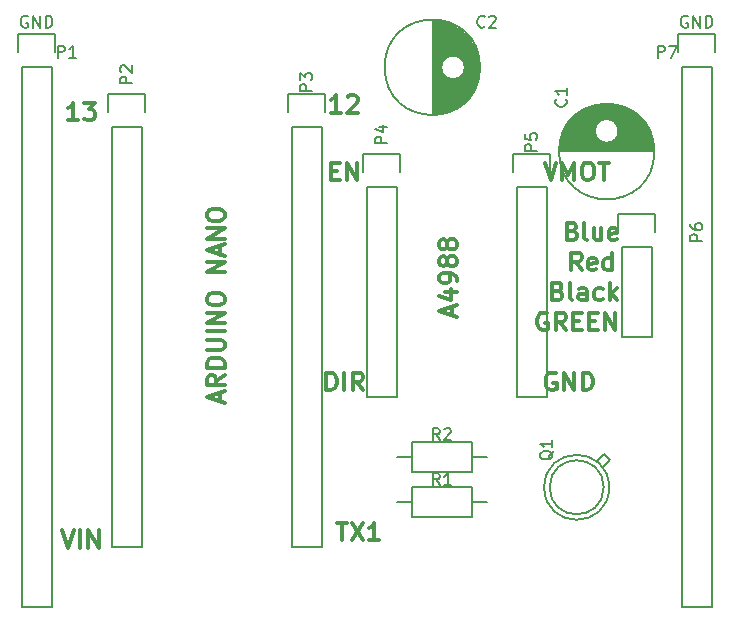
<source format=gbr>
G04 #@! TF.FileFunction,Legend,Top*
%FSLAX46Y46*%
G04 Gerber Fmt 4.6, Leading zero omitted, Abs format (unit mm)*
G04 Created by KiCad (PCBNEW 4.0.3+e1-6302~38~ubuntu16.04.1-stable) date Thu Aug 25 17:17:48 2016*
%MOMM*%
%LPD*%
G01*
G04 APERTURE LIST*
%ADD10C,0.100000*%
%ADD11C,0.300000*%
%ADD12C,0.150000*%
G04 APERTURE END LIST*
D10*
D11*
X94020000Y-77990000D02*
X93877143Y-77918571D01*
X93662857Y-77918571D01*
X93448572Y-77990000D01*
X93305714Y-78132857D01*
X93234286Y-78275714D01*
X93162857Y-78561429D01*
X93162857Y-78775714D01*
X93234286Y-79061429D01*
X93305714Y-79204286D01*
X93448572Y-79347143D01*
X93662857Y-79418571D01*
X93805714Y-79418571D01*
X94020000Y-79347143D01*
X94091429Y-79275714D01*
X94091429Y-78775714D01*
X93805714Y-78775714D01*
X95591429Y-79418571D02*
X95091429Y-78704286D01*
X94734286Y-79418571D02*
X94734286Y-77918571D01*
X95305714Y-77918571D01*
X95448572Y-77990000D01*
X95520000Y-78061429D01*
X95591429Y-78204286D01*
X95591429Y-78418571D01*
X95520000Y-78561429D01*
X95448572Y-78632857D01*
X95305714Y-78704286D01*
X94734286Y-78704286D01*
X96234286Y-78632857D02*
X96734286Y-78632857D01*
X96948572Y-79418571D02*
X96234286Y-79418571D01*
X96234286Y-77918571D01*
X96948572Y-77918571D01*
X97591429Y-78632857D02*
X98091429Y-78632857D01*
X98305715Y-79418571D02*
X97591429Y-79418571D01*
X97591429Y-77918571D01*
X98305715Y-77918571D01*
X98948572Y-79418571D02*
X98948572Y-77918571D01*
X99805715Y-79418571D01*
X99805715Y-77918571D01*
X94940715Y-76092857D02*
X95155001Y-76164286D01*
X95226429Y-76235714D01*
X95297858Y-76378571D01*
X95297858Y-76592857D01*
X95226429Y-76735714D01*
X95155001Y-76807143D01*
X95012143Y-76878571D01*
X94440715Y-76878571D01*
X94440715Y-75378571D01*
X94940715Y-75378571D01*
X95083572Y-75450000D01*
X95155001Y-75521429D01*
X95226429Y-75664286D01*
X95226429Y-75807143D01*
X95155001Y-75950000D01*
X95083572Y-76021429D01*
X94940715Y-76092857D01*
X94440715Y-76092857D01*
X96155001Y-76878571D02*
X96012143Y-76807143D01*
X95940715Y-76664286D01*
X95940715Y-75378571D01*
X97369286Y-76878571D02*
X97369286Y-76092857D01*
X97297857Y-75950000D01*
X97155000Y-75878571D01*
X96869286Y-75878571D01*
X96726429Y-75950000D01*
X97369286Y-76807143D02*
X97226429Y-76878571D01*
X96869286Y-76878571D01*
X96726429Y-76807143D01*
X96655000Y-76664286D01*
X96655000Y-76521429D01*
X96726429Y-76378571D01*
X96869286Y-76307143D01*
X97226429Y-76307143D01*
X97369286Y-76235714D01*
X98726429Y-76807143D02*
X98583572Y-76878571D01*
X98297858Y-76878571D01*
X98155000Y-76807143D01*
X98083572Y-76735714D01*
X98012143Y-76592857D01*
X98012143Y-76164286D01*
X98083572Y-76021429D01*
X98155000Y-75950000D01*
X98297858Y-75878571D01*
X98583572Y-75878571D01*
X98726429Y-75950000D01*
X99369286Y-76878571D02*
X99369286Y-75378571D01*
X99512143Y-76307143D02*
X99940714Y-76878571D01*
X99940714Y-75878571D02*
X99369286Y-76450000D01*
X96932858Y-74338571D02*
X96432858Y-73624286D01*
X96075715Y-74338571D02*
X96075715Y-72838571D01*
X96647143Y-72838571D01*
X96790001Y-72910000D01*
X96861429Y-72981429D01*
X96932858Y-73124286D01*
X96932858Y-73338571D01*
X96861429Y-73481429D01*
X96790001Y-73552857D01*
X96647143Y-73624286D01*
X96075715Y-73624286D01*
X98147143Y-74267143D02*
X98004286Y-74338571D01*
X97718572Y-74338571D01*
X97575715Y-74267143D01*
X97504286Y-74124286D01*
X97504286Y-73552857D01*
X97575715Y-73410000D01*
X97718572Y-73338571D01*
X98004286Y-73338571D01*
X98147143Y-73410000D01*
X98218572Y-73552857D01*
X98218572Y-73695714D01*
X97504286Y-73838571D01*
X99504286Y-74338571D02*
X99504286Y-72838571D01*
X99504286Y-74267143D02*
X99361429Y-74338571D01*
X99075715Y-74338571D01*
X98932857Y-74267143D01*
X98861429Y-74195714D01*
X98790000Y-74052857D01*
X98790000Y-73624286D01*
X98861429Y-73481429D01*
X98932857Y-73410000D01*
X99075715Y-73338571D01*
X99361429Y-73338571D01*
X99504286Y-73410000D01*
X96182858Y-71012857D02*
X96397144Y-71084286D01*
X96468572Y-71155714D01*
X96540001Y-71298571D01*
X96540001Y-71512857D01*
X96468572Y-71655714D01*
X96397144Y-71727143D01*
X96254286Y-71798571D01*
X95682858Y-71798571D01*
X95682858Y-70298571D01*
X96182858Y-70298571D01*
X96325715Y-70370000D01*
X96397144Y-70441429D01*
X96468572Y-70584286D01*
X96468572Y-70727143D01*
X96397144Y-70870000D01*
X96325715Y-70941429D01*
X96182858Y-71012857D01*
X95682858Y-71012857D01*
X97397144Y-71798571D02*
X97254286Y-71727143D01*
X97182858Y-71584286D01*
X97182858Y-70298571D01*
X98611429Y-70798571D02*
X98611429Y-71798571D01*
X97968572Y-70798571D02*
X97968572Y-71584286D01*
X98040000Y-71727143D01*
X98182858Y-71798571D01*
X98397143Y-71798571D01*
X98540000Y-71727143D01*
X98611429Y-71655714D01*
X99897143Y-71727143D02*
X99754286Y-71798571D01*
X99468572Y-71798571D01*
X99325715Y-71727143D01*
X99254286Y-71584286D01*
X99254286Y-71012857D01*
X99325715Y-70870000D01*
X99468572Y-70798571D01*
X99754286Y-70798571D01*
X99897143Y-70870000D01*
X99968572Y-71012857D01*
X99968572Y-71155714D01*
X99254286Y-71298571D01*
X94742143Y-83070000D02*
X94599286Y-82998571D01*
X94385000Y-82998571D01*
X94170715Y-83070000D01*
X94027857Y-83212857D01*
X93956429Y-83355714D01*
X93885000Y-83641429D01*
X93885000Y-83855714D01*
X93956429Y-84141429D01*
X94027857Y-84284286D01*
X94170715Y-84427143D01*
X94385000Y-84498571D01*
X94527857Y-84498571D01*
X94742143Y-84427143D01*
X94813572Y-84355714D01*
X94813572Y-83855714D01*
X94527857Y-83855714D01*
X95456429Y-84498571D02*
X95456429Y-82998571D01*
X96313572Y-84498571D01*
X96313572Y-82998571D01*
X97027858Y-84498571D02*
X97027858Y-82998571D01*
X97385001Y-82998571D01*
X97599286Y-83070000D01*
X97742144Y-83212857D01*
X97813572Y-83355714D01*
X97885001Y-83641429D01*
X97885001Y-83855714D01*
X97813572Y-84141429D01*
X97742144Y-84284286D01*
X97599286Y-84427143D01*
X97385001Y-84498571D01*
X97027858Y-84498571D01*
X75335000Y-84498571D02*
X75335000Y-82998571D01*
X75692143Y-82998571D01*
X75906428Y-83070000D01*
X76049286Y-83212857D01*
X76120714Y-83355714D01*
X76192143Y-83641429D01*
X76192143Y-83855714D01*
X76120714Y-84141429D01*
X76049286Y-84284286D01*
X75906428Y-84427143D01*
X75692143Y-84498571D01*
X75335000Y-84498571D01*
X76835000Y-84498571D02*
X76835000Y-82998571D01*
X78406429Y-84498571D02*
X77906429Y-83784286D01*
X77549286Y-84498571D02*
X77549286Y-82998571D01*
X78120714Y-82998571D01*
X78263572Y-83070000D01*
X78335000Y-83141429D01*
X78406429Y-83284286D01*
X78406429Y-83498571D01*
X78335000Y-83641429D01*
X78263572Y-83712857D01*
X78120714Y-83784286D01*
X77549286Y-83784286D01*
X93805714Y-65218571D02*
X94305714Y-66718571D01*
X94805714Y-65218571D01*
X95305714Y-66718571D02*
X95305714Y-65218571D01*
X95805714Y-66290000D01*
X96305714Y-65218571D01*
X96305714Y-66718571D01*
X97305714Y-65218571D02*
X97591428Y-65218571D01*
X97734286Y-65290000D01*
X97877143Y-65432857D01*
X97948571Y-65718571D01*
X97948571Y-66218571D01*
X97877143Y-66504286D01*
X97734286Y-66647143D01*
X97591428Y-66718571D01*
X97305714Y-66718571D01*
X97162857Y-66647143D01*
X97020000Y-66504286D01*
X96948571Y-66218571D01*
X96948571Y-65718571D01*
X97020000Y-65432857D01*
X97162857Y-65290000D01*
X97305714Y-65218571D01*
X98377143Y-65218571D02*
X99234286Y-65218571D01*
X98805715Y-66718571D02*
X98805715Y-65218571D01*
X75727857Y-65932857D02*
X76227857Y-65932857D01*
X76442143Y-66718571D02*
X75727857Y-66718571D01*
X75727857Y-65218571D01*
X76442143Y-65218571D01*
X77085000Y-66718571D02*
X77085000Y-65218571D01*
X77942143Y-66718571D01*
X77942143Y-65218571D01*
X76247858Y-95698571D02*
X77105001Y-95698571D01*
X76676430Y-97198571D02*
X76676430Y-95698571D01*
X77462144Y-95698571D02*
X78462144Y-97198571D01*
X78462144Y-95698571D02*
X77462144Y-97198571D01*
X79819286Y-97198571D02*
X78962143Y-97198571D01*
X79390715Y-97198571D02*
X79390715Y-95698571D01*
X79247858Y-95912857D01*
X79105000Y-96055714D01*
X78962143Y-96127143D01*
X52967143Y-96333571D02*
X53467143Y-97833571D01*
X53967143Y-96333571D01*
X54467143Y-97833571D02*
X54467143Y-96333571D01*
X55181429Y-97833571D02*
X55181429Y-96333571D01*
X56038572Y-97833571D01*
X56038572Y-96333571D01*
X76549286Y-61003571D02*
X75692143Y-61003571D01*
X76120715Y-61003571D02*
X76120715Y-59503571D01*
X75977858Y-59717857D01*
X75835000Y-59860714D01*
X75692143Y-59932143D01*
X77120714Y-59646429D02*
X77192143Y-59575000D01*
X77335000Y-59503571D01*
X77692143Y-59503571D01*
X77835000Y-59575000D01*
X77906429Y-59646429D01*
X77977857Y-59789286D01*
X77977857Y-59932143D01*
X77906429Y-60146429D01*
X77049286Y-61003571D01*
X77977857Y-61003571D01*
X54324286Y-61638571D02*
X53467143Y-61638571D01*
X53895715Y-61638571D02*
X53895715Y-60138571D01*
X53752858Y-60352857D01*
X53610000Y-60495714D01*
X53467143Y-60567143D01*
X54824286Y-60138571D02*
X55752857Y-60138571D01*
X55252857Y-60710000D01*
X55467143Y-60710000D01*
X55610000Y-60781429D01*
X55681429Y-60852857D01*
X55752857Y-60995714D01*
X55752857Y-61352857D01*
X55681429Y-61495714D01*
X55610000Y-61567143D01*
X55467143Y-61638571D01*
X55038571Y-61638571D01*
X54895714Y-61567143D01*
X54824286Y-61495714D01*
X85975000Y-78144285D02*
X85975000Y-77429999D01*
X86403571Y-78287142D02*
X84903571Y-77787142D01*
X86403571Y-77287142D01*
X85403571Y-76144285D02*
X86403571Y-76144285D01*
X84832143Y-76501428D02*
X85903571Y-76858571D01*
X85903571Y-75929999D01*
X86403571Y-75287143D02*
X86403571Y-75001428D01*
X86332143Y-74858571D01*
X86260714Y-74787143D01*
X86046429Y-74644285D01*
X85760714Y-74572857D01*
X85189286Y-74572857D01*
X85046429Y-74644285D01*
X84975000Y-74715714D01*
X84903571Y-74858571D01*
X84903571Y-75144285D01*
X84975000Y-75287143D01*
X85046429Y-75358571D01*
X85189286Y-75430000D01*
X85546429Y-75430000D01*
X85689286Y-75358571D01*
X85760714Y-75287143D01*
X85832143Y-75144285D01*
X85832143Y-74858571D01*
X85760714Y-74715714D01*
X85689286Y-74644285D01*
X85546429Y-74572857D01*
X85546429Y-73715714D02*
X85475000Y-73858572D01*
X85403571Y-73930000D01*
X85260714Y-74001429D01*
X85189286Y-74001429D01*
X85046429Y-73930000D01*
X84975000Y-73858572D01*
X84903571Y-73715714D01*
X84903571Y-73430000D01*
X84975000Y-73287143D01*
X85046429Y-73215714D01*
X85189286Y-73144286D01*
X85260714Y-73144286D01*
X85403571Y-73215714D01*
X85475000Y-73287143D01*
X85546429Y-73430000D01*
X85546429Y-73715714D01*
X85617857Y-73858572D01*
X85689286Y-73930000D01*
X85832143Y-74001429D01*
X86117857Y-74001429D01*
X86260714Y-73930000D01*
X86332143Y-73858572D01*
X86403571Y-73715714D01*
X86403571Y-73430000D01*
X86332143Y-73287143D01*
X86260714Y-73215714D01*
X86117857Y-73144286D01*
X85832143Y-73144286D01*
X85689286Y-73215714D01*
X85617857Y-73287143D01*
X85546429Y-73430000D01*
X85546429Y-72287143D02*
X85475000Y-72430001D01*
X85403571Y-72501429D01*
X85260714Y-72572858D01*
X85189286Y-72572858D01*
X85046429Y-72501429D01*
X84975000Y-72430001D01*
X84903571Y-72287143D01*
X84903571Y-72001429D01*
X84975000Y-71858572D01*
X85046429Y-71787143D01*
X85189286Y-71715715D01*
X85260714Y-71715715D01*
X85403571Y-71787143D01*
X85475000Y-71858572D01*
X85546429Y-72001429D01*
X85546429Y-72287143D01*
X85617857Y-72430001D01*
X85689286Y-72501429D01*
X85832143Y-72572858D01*
X86117857Y-72572858D01*
X86260714Y-72501429D01*
X86332143Y-72430001D01*
X86403571Y-72287143D01*
X86403571Y-72001429D01*
X86332143Y-71858572D01*
X86260714Y-71787143D01*
X86117857Y-71715715D01*
X85832143Y-71715715D01*
X85689286Y-71787143D01*
X85617857Y-71858572D01*
X85546429Y-72001429D01*
X66290000Y-85439286D02*
X66290000Y-84725000D01*
X66718571Y-85582143D02*
X65218571Y-85082143D01*
X66718571Y-84582143D01*
X66718571Y-83225000D02*
X66004286Y-83725000D01*
X66718571Y-84082143D02*
X65218571Y-84082143D01*
X65218571Y-83510715D01*
X65290000Y-83367857D01*
X65361429Y-83296429D01*
X65504286Y-83225000D01*
X65718571Y-83225000D01*
X65861429Y-83296429D01*
X65932857Y-83367857D01*
X66004286Y-83510715D01*
X66004286Y-84082143D01*
X66718571Y-82582143D02*
X65218571Y-82582143D01*
X65218571Y-82225000D01*
X65290000Y-82010715D01*
X65432857Y-81867857D01*
X65575714Y-81796429D01*
X65861429Y-81725000D01*
X66075714Y-81725000D01*
X66361429Y-81796429D01*
X66504286Y-81867857D01*
X66647143Y-82010715D01*
X66718571Y-82225000D01*
X66718571Y-82582143D01*
X65218571Y-81082143D02*
X66432857Y-81082143D01*
X66575714Y-81010715D01*
X66647143Y-80939286D01*
X66718571Y-80796429D01*
X66718571Y-80510715D01*
X66647143Y-80367857D01*
X66575714Y-80296429D01*
X66432857Y-80225000D01*
X65218571Y-80225000D01*
X66718571Y-79510714D02*
X65218571Y-79510714D01*
X66718571Y-78796428D02*
X65218571Y-78796428D01*
X66718571Y-77939285D01*
X65218571Y-77939285D01*
X65218571Y-76939285D02*
X65218571Y-76653571D01*
X65290000Y-76510713D01*
X65432857Y-76367856D01*
X65718571Y-76296428D01*
X66218571Y-76296428D01*
X66504286Y-76367856D01*
X66647143Y-76510713D01*
X66718571Y-76653571D01*
X66718571Y-76939285D01*
X66647143Y-77082142D01*
X66504286Y-77224999D01*
X66218571Y-77296428D01*
X65718571Y-77296428D01*
X65432857Y-77224999D01*
X65290000Y-77082142D01*
X65218571Y-76939285D01*
X66718571Y-74510713D02*
X65218571Y-74510713D01*
X66718571Y-73653570D01*
X65218571Y-73653570D01*
X66290000Y-73010713D02*
X66290000Y-72296427D01*
X66718571Y-73153570D02*
X65218571Y-72653570D01*
X66718571Y-72153570D01*
X66718571Y-71653570D02*
X65218571Y-71653570D01*
X66718571Y-70796427D01*
X65218571Y-70796427D01*
X65218571Y-69796427D02*
X65218571Y-69510713D01*
X65290000Y-69367855D01*
X65432857Y-69224998D01*
X65718571Y-69153570D01*
X66218571Y-69153570D01*
X66504286Y-69224998D01*
X66647143Y-69367855D01*
X66718571Y-69510713D01*
X66718571Y-69796427D01*
X66647143Y-69939284D01*
X66504286Y-70082141D01*
X66218571Y-70153570D01*
X65718571Y-70153570D01*
X65432857Y-70082141D01*
X65290000Y-69939284D01*
X65218571Y-69796427D01*
D12*
X59690000Y-62230000D02*
X59690000Y-97790000D01*
X59690000Y-97790000D02*
X57150000Y-97790000D01*
X57150000Y-97790000D02*
X57150000Y-62230000D01*
X56870000Y-59410000D02*
X56870000Y-60960000D01*
X57150000Y-62230000D02*
X59690000Y-62230000D01*
X59970000Y-60960000D02*
X59970000Y-59410000D01*
X59970000Y-59410000D02*
X56870000Y-59410000D01*
X74930000Y-62230000D02*
X74930000Y-97790000D01*
X74930000Y-97790000D02*
X72390000Y-97790000D01*
X72390000Y-97790000D02*
X72390000Y-62230000D01*
X72110000Y-59410000D02*
X72110000Y-60960000D01*
X72390000Y-62230000D02*
X74930000Y-62230000D01*
X75210000Y-60960000D02*
X75210000Y-59410000D01*
X75210000Y-59410000D02*
X72110000Y-59410000D01*
X78740000Y-67310000D02*
X78740000Y-85090000D01*
X78740000Y-85090000D02*
X81280000Y-85090000D01*
X81280000Y-85090000D02*
X81280000Y-67310000D01*
X78460000Y-64490000D02*
X78460000Y-66040000D01*
X78740000Y-67310000D02*
X81280000Y-67310000D01*
X81560000Y-66040000D02*
X81560000Y-64490000D01*
X81560000Y-64490000D02*
X78460000Y-64490000D01*
X91440000Y-67310000D02*
X91440000Y-85090000D01*
X91440000Y-85090000D02*
X93980000Y-85090000D01*
X93980000Y-85090000D02*
X93980000Y-67310000D01*
X91160000Y-64490000D02*
X91160000Y-66040000D01*
X91440000Y-67310000D02*
X93980000Y-67310000D01*
X94260000Y-66040000D02*
X94260000Y-64490000D01*
X94260000Y-64490000D02*
X91160000Y-64490000D01*
X102870000Y-72390000D02*
X102870000Y-80010000D01*
X100330000Y-72390000D02*
X100330000Y-80010000D01*
X100050000Y-69570000D02*
X100050000Y-71120000D01*
X102870000Y-80010000D02*
X100330000Y-80010000D01*
X100330000Y-72390000D02*
X102870000Y-72390000D01*
X103150000Y-71120000D02*
X103150000Y-69570000D01*
X103150000Y-69570000D02*
X100050000Y-69570000D01*
X84375000Y-53151000D02*
X84375000Y-61149000D01*
X84515000Y-53156000D02*
X84515000Y-61144000D01*
X84655000Y-53166000D02*
X84655000Y-61134000D01*
X84795000Y-53181000D02*
X84795000Y-61119000D01*
X84935000Y-53201000D02*
X84935000Y-61099000D01*
X85075000Y-53226000D02*
X85075000Y-56928000D01*
X85075000Y-57372000D02*
X85075000Y-61074000D01*
X85215000Y-53256000D02*
X85215000Y-56600000D01*
X85215000Y-57700000D02*
X85215000Y-61044000D01*
X85355000Y-53292000D02*
X85355000Y-56431000D01*
X85355000Y-57869000D02*
X85355000Y-61008000D01*
X85495000Y-53333000D02*
X85495000Y-56318000D01*
X85495000Y-57982000D02*
X85495000Y-60967000D01*
X85635000Y-53379000D02*
X85635000Y-56240000D01*
X85635000Y-58060000D02*
X85635000Y-60921000D01*
X85775000Y-53432000D02*
X85775000Y-56189000D01*
X85775000Y-58111000D02*
X85775000Y-60868000D01*
X85915000Y-53491000D02*
X85915000Y-56159000D01*
X85915000Y-58141000D02*
X85915000Y-60809000D01*
X86055000Y-53556000D02*
X86055000Y-56150000D01*
X86055000Y-58150000D02*
X86055000Y-60744000D01*
X86195000Y-53627000D02*
X86195000Y-56161000D01*
X86195000Y-58139000D02*
X86195000Y-60673000D01*
X86335000Y-53706000D02*
X86335000Y-56191000D01*
X86335000Y-58109000D02*
X86335000Y-60594000D01*
X86475000Y-53793000D02*
X86475000Y-56245000D01*
X86475000Y-58055000D02*
X86475000Y-60507000D01*
X86615000Y-53888000D02*
X86615000Y-56325000D01*
X86615000Y-57975000D02*
X86615000Y-60412000D01*
X86755000Y-53992000D02*
X86755000Y-56441000D01*
X86755000Y-57859000D02*
X86755000Y-60308000D01*
X86895000Y-54106000D02*
X86895000Y-56615000D01*
X86895000Y-57685000D02*
X86895000Y-60194000D01*
X87035000Y-54231000D02*
X87035000Y-56977000D01*
X87035000Y-57323000D02*
X87035000Y-60069000D01*
X87175000Y-54369000D02*
X87175000Y-59931000D01*
X87315000Y-54521000D02*
X87315000Y-59779000D01*
X87455000Y-54691000D02*
X87455000Y-59609000D01*
X87595000Y-54882000D02*
X87595000Y-59418000D01*
X87735000Y-55100000D02*
X87735000Y-59200000D01*
X87875000Y-55356000D02*
X87875000Y-58944000D01*
X88015000Y-55667000D02*
X88015000Y-58633000D01*
X88155000Y-56083000D02*
X88155000Y-58217000D01*
X88295000Y-56950000D02*
X88295000Y-57350000D01*
X87050000Y-57150000D02*
G75*
G03X87050000Y-57150000I-1000000J0D01*
G01*
X88337500Y-57150000D02*
G75*
G03X88337500Y-57150000I-4037500J0D01*
G01*
X98806000Y-89916000D02*
X98298000Y-90424000D01*
X98806000Y-90932000D02*
X99314000Y-90424000D01*
X99314000Y-90424000D02*
X98806000Y-89916000D01*
X98806000Y-92710000D02*
G75*
G03X98806000Y-92710000I-2286000J0D01*
G01*
X99270000Y-92710000D02*
G75*
G03X99270000Y-92710000I-2750000J0D01*
G01*
X82550000Y-92710000D02*
X87630000Y-92710000D01*
X87630000Y-92710000D02*
X87630000Y-95250000D01*
X87630000Y-95250000D02*
X82550000Y-95250000D01*
X82550000Y-95250000D02*
X82550000Y-92710000D01*
X82550000Y-93980000D02*
X81280000Y-93980000D01*
X87630000Y-93980000D02*
X88900000Y-93980000D01*
X82550000Y-88900000D02*
X87630000Y-88900000D01*
X87630000Y-88900000D02*
X87630000Y-91440000D01*
X87630000Y-91440000D02*
X82550000Y-91440000D01*
X82550000Y-91440000D02*
X82550000Y-88900000D01*
X82550000Y-90170000D02*
X81280000Y-90170000D01*
X87630000Y-90170000D02*
X88900000Y-90170000D01*
X105410000Y-57150000D02*
X105410000Y-102870000D01*
X105410000Y-102870000D02*
X107950000Y-102870000D01*
X107950000Y-102870000D02*
X107950000Y-57150000D01*
X105130000Y-54330000D02*
X105130000Y-55880000D01*
X105410000Y-57150000D02*
X107950000Y-57150000D01*
X108230000Y-55880000D02*
X108230000Y-54330000D01*
X108230000Y-54330000D02*
X105130000Y-54330000D01*
X95061000Y-64215000D02*
X103059000Y-64215000D01*
X95066000Y-64075000D02*
X103054000Y-64075000D01*
X95076000Y-63935000D02*
X103044000Y-63935000D01*
X95091000Y-63795000D02*
X103029000Y-63795000D01*
X95111000Y-63655000D02*
X103009000Y-63655000D01*
X95136000Y-63515000D02*
X98838000Y-63515000D01*
X99282000Y-63515000D02*
X102984000Y-63515000D01*
X95166000Y-63375000D02*
X98510000Y-63375000D01*
X99610000Y-63375000D02*
X102954000Y-63375000D01*
X95202000Y-63235000D02*
X98341000Y-63235000D01*
X99779000Y-63235000D02*
X102918000Y-63235000D01*
X95243000Y-63095000D02*
X98228000Y-63095000D01*
X99892000Y-63095000D02*
X102877000Y-63095000D01*
X95289000Y-62955000D02*
X98150000Y-62955000D01*
X99970000Y-62955000D02*
X102831000Y-62955000D01*
X95342000Y-62815000D02*
X98099000Y-62815000D01*
X100021000Y-62815000D02*
X102778000Y-62815000D01*
X95401000Y-62675000D02*
X98069000Y-62675000D01*
X100051000Y-62675000D02*
X102719000Y-62675000D01*
X95466000Y-62535000D02*
X98060000Y-62535000D01*
X100060000Y-62535000D02*
X102654000Y-62535000D01*
X95537000Y-62395000D02*
X98071000Y-62395000D01*
X100049000Y-62395000D02*
X102583000Y-62395000D01*
X95616000Y-62255000D02*
X98101000Y-62255000D01*
X100019000Y-62255000D02*
X102504000Y-62255000D01*
X95703000Y-62115000D02*
X98155000Y-62115000D01*
X99965000Y-62115000D02*
X102417000Y-62115000D01*
X95798000Y-61975000D02*
X98235000Y-61975000D01*
X99885000Y-61975000D02*
X102322000Y-61975000D01*
X95902000Y-61835000D02*
X98351000Y-61835000D01*
X99769000Y-61835000D02*
X102218000Y-61835000D01*
X96016000Y-61695000D02*
X98525000Y-61695000D01*
X99595000Y-61695000D02*
X102104000Y-61695000D01*
X96141000Y-61555000D02*
X98887000Y-61555000D01*
X99233000Y-61555000D02*
X101979000Y-61555000D01*
X96279000Y-61415000D02*
X101841000Y-61415000D01*
X96431000Y-61275000D02*
X101689000Y-61275000D01*
X96601000Y-61135000D02*
X101519000Y-61135000D01*
X96792000Y-60995000D02*
X101328000Y-60995000D01*
X97010000Y-60855000D02*
X101110000Y-60855000D01*
X97266000Y-60715000D02*
X100854000Y-60715000D01*
X97577000Y-60575000D02*
X100543000Y-60575000D01*
X97993000Y-60435000D02*
X100127000Y-60435000D01*
X98860000Y-60295000D02*
X99260000Y-60295000D01*
X100060000Y-62540000D02*
G75*
G03X100060000Y-62540000I-1000000J0D01*
G01*
X103097500Y-64290000D02*
G75*
G03X103097500Y-64290000I-4037500J0D01*
G01*
X49530000Y-57150000D02*
X49530000Y-102870000D01*
X49530000Y-102870000D02*
X52070000Y-102870000D01*
X52070000Y-102870000D02*
X52070000Y-57150000D01*
X49250000Y-54330000D02*
X49250000Y-55880000D01*
X49530000Y-57150000D02*
X52070000Y-57150000D01*
X52350000Y-55880000D02*
X52350000Y-54330000D01*
X52350000Y-54330000D02*
X49250000Y-54330000D01*
X58872381Y-58523095D02*
X57872381Y-58523095D01*
X57872381Y-58142142D01*
X57920000Y-58046904D01*
X57967619Y-57999285D01*
X58062857Y-57951666D01*
X58205714Y-57951666D01*
X58300952Y-57999285D01*
X58348571Y-58046904D01*
X58396190Y-58142142D01*
X58396190Y-58523095D01*
X57967619Y-57570714D02*
X57920000Y-57523095D01*
X57872381Y-57427857D01*
X57872381Y-57189761D01*
X57920000Y-57094523D01*
X57967619Y-57046904D01*
X58062857Y-56999285D01*
X58158095Y-56999285D01*
X58300952Y-57046904D01*
X58872381Y-57618333D01*
X58872381Y-56999285D01*
X74112381Y-59158095D02*
X73112381Y-59158095D01*
X73112381Y-58777142D01*
X73160000Y-58681904D01*
X73207619Y-58634285D01*
X73302857Y-58586666D01*
X73445714Y-58586666D01*
X73540952Y-58634285D01*
X73588571Y-58681904D01*
X73636190Y-58777142D01*
X73636190Y-59158095D01*
X73112381Y-58253333D02*
X73112381Y-57634285D01*
X73493333Y-57967619D01*
X73493333Y-57824761D01*
X73540952Y-57729523D01*
X73588571Y-57681904D01*
X73683810Y-57634285D01*
X73921905Y-57634285D01*
X74017143Y-57681904D01*
X74064762Y-57729523D01*
X74112381Y-57824761D01*
X74112381Y-58110476D01*
X74064762Y-58205714D01*
X74017143Y-58253333D01*
X80462381Y-63603095D02*
X79462381Y-63603095D01*
X79462381Y-63222142D01*
X79510000Y-63126904D01*
X79557619Y-63079285D01*
X79652857Y-63031666D01*
X79795714Y-63031666D01*
X79890952Y-63079285D01*
X79938571Y-63126904D01*
X79986190Y-63222142D01*
X79986190Y-63603095D01*
X79795714Y-62174523D02*
X80462381Y-62174523D01*
X79414762Y-62412619D02*
X80129048Y-62650714D01*
X80129048Y-62031666D01*
X93162381Y-64238095D02*
X92162381Y-64238095D01*
X92162381Y-63857142D01*
X92210000Y-63761904D01*
X92257619Y-63714285D01*
X92352857Y-63666666D01*
X92495714Y-63666666D01*
X92590952Y-63714285D01*
X92638571Y-63761904D01*
X92686190Y-63857142D01*
X92686190Y-64238095D01*
X92162381Y-62761904D02*
X92162381Y-63238095D01*
X92638571Y-63285714D01*
X92590952Y-63238095D01*
X92543333Y-63142857D01*
X92543333Y-62904761D01*
X92590952Y-62809523D01*
X92638571Y-62761904D01*
X92733810Y-62714285D01*
X92971905Y-62714285D01*
X93067143Y-62761904D01*
X93114762Y-62809523D01*
X93162381Y-62904761D01*
X93162381Y-63142857D01*
X93114762Y-63238095D01*
X93067143Y-63285714D01*
X107152381Y-71858095D02*
X106152381Y-71858095D01*
X106152381Y-71477142D01*
X106200000Y-71381904D01*
X106247619Y-71334285D01*
X106342857Y-71286666D01*
X106485714Y-71286666D01*
X106580952Y-71334285D01*
X106628571Y-71381904D01*
X106676190Y-71477142D01*
X106676190Y-71858095D01*
X106152381Y-70429523D02*
X106152381Y-70620000D01*
X106200000Y-70715238D01*
X106247619Y-70762857D01*
X106390476Y-70858095D01*
X106580952Y-70905714D01*
X106961905Y-70905714D01*
X107057143Y-70858095D01*
X107104762Y-70810476D01*
X107152381Y-70715238D01*
X107152381Y-70524761D01*
X107104762Y-70429523D01*
X107057143Y-70381904D01*
X106961905Y-70334285D01*
X106723810Y-70334285D01*
X106628571Y-70381904D01*
X106580952Y-70429523D01*
X106533333Y-70524761D01*
X106533333Y-70715238D01*
X106580952Y-70810476D01*
X106628571Y-70858095D01*
X106723810Y-70905714D01*
X88733334Y-53697143D02*
X88685715Y-53744762D01*
X88542858Y-53792381D01*
X88447620Y-53792381D01*
X88304762Y-53744762D01*
X88209524Y-53649524D01*
X88161905Y-53554286D01*
X88114286Y-53363810D01*
X88114286Y-53220952D01*
X88161905Y-53030476D01*
X88209524Y-52935238D01*
X88304762Y-52840000D01*
X88447620Y-52792381D01*
X88542858Y-52792381D01*
X88685715Y-52840000D01*
X88733334Y-52887619D01*
X89114286Y-52887619D02*
X89161905Y-52840000D01*
X89257143Y-52792381D01*
X89495239Y-52792381D01*
X89590477Y-52840000D01*
X89638096Y-52887619D01*
X89685715Y-52982857D01*
X89685715Y-53078095D01*
X89638096Y-53220952D01*
X89066667Y-53792381D01*
X89685715Y-53792381D01*
X94527619Y-89630238D02*
X94480000Y-89725476D01*
X94384762Y-89820714D01*
X94241905Y-89963571D01*
X94194286Y-90058810D01*
X94194286Y-90154048D01*
X94432381Y-90106429D02*
X94384762Y-90201667D01*
X94289524Y-90296905D01*
X94099048Y-90344524D01*
X93765714Y-90344524D01*
X93575238Y-90296905D01*
X93480000Y-90201667D01*
X93432381Y-90106429D01*
X93432381Y-89915952D01*
X93480000Y-89820714D01*
X93575238Y-89725476D01*
X93765714Y-89677857D01*
X94099048Y-89677857D01*
X94289524Y-89725476D01*
X94384762Y-89820714D01*
X94432381Y-89915952D01*
X94432381Y-90106429D01*
X94432381Y-88725476D02*
X94432381Y-89296905D01*
X94432381Y-89011191D02*
X93432381Y-89011191D01*
X93575238Y-89106429D01*
X93670476Y-89201667D01*
X93718095Y-89296905D01*
X84923334Y-92527381D02*
X84590000Y-92051190D01*
X84351905Y-92527381D02*
X84351905Y-91527381D01*
X84732858Y-91527381D01*
X84828096Y-91575000D01*
X84875715Y-91622619D01*
X84923334Y-91717857D01*
X84923334Y-91860714D01*
X84875715Y-91955952D01*
X84828096Y-92003571D01*
X84732858Y-92051190D01*
X84351905Y-92051190D01*
X85875715Y-92527381D02*
X85304286Y-92527381D01*
X85590000Y-92527381D02*
X85590000Y-91527381D01*
X85494762Y-91670238D01*
X85399524Y-91765476D01*
X85304286Y-91813095D01*
X84923334Y-88717381D02*
X84590000Y-88241190D01*
X84351905Y-88717381D02*
X84351905Y-87717381D01*
X84732858Y-87717381D01*
X84828096Y-87765000D01*
X84875715Y-87812619D01*
X84923334Y-87907857D01*
X84923334Y-88050714D01*
X84875715Y-88145952D01*
X84828096Y-88193571D01*
X84732858Y-88241190D01*
X84351905Y-88241190D01*
X85304286Y-87812619D02*
X85351905Y-87765000D01*
X85447143Y-87717381D01*
X85685239Y-87717381D01*
X85780477Y-87765000D01*
X85828096Y-87812619D01*
X85875715Y-87907857D01*
X85875715Y-88003095D01*
X85828096Y-88145952D01*
X85256667Y-88717381D01*
X85875715Y-88717381D01*
X103401905Y-56332381D02*
X103401905Y-55332381D01*
X103782858Y-55332381D01*
X103878096Y-55380000D01*
X103925715Y-55427619D01*
X103973334Y-55522857D01*
X103973334Y-55665714D01*
X103925715Y-55760952D01*
X103878096Y-55808571D01*
X103782858Y-55856190D01*
X103401905Y-55856190D01*
X104306667Y-55332381D02*
X104973334Y-55332381D01*
X104544762Y-56332381D01*
X105918096Y-52840000D02*
X105822858Y-52792381D01*
X105680001Y-52792381D01*
X105537143Y-52840000D01*
X105441905Y-52935238D01*
X105394286Y-53030476D01*
X105346667Y-53220952D01*
X105346667Y-53363810D01*
X105394286Y-53554286D01*
X105441905Y-53649524D01*
X105537143Y-53744762D01*
X105680001Y-53792381D01*
X105775239Y-53792381D01*
X105918096Y-53744762D01*
X105965715Y-53697143D01*
X105965715Y-53363810D01*
X105775239Y-53363810D01*
X106394286Y-53792381D02*
X106394286Y-52792381D01*
X106965715Y-53792381D01*
X106965715Y-52792381D01*
X107441905Y-53792381D02*
X107441905Y-52792381D01*
X107680000Y-52792381D01*
X107822858Y-52840000D01*
X107918096Y-52935238D01*
X107965715Y-53030476D01*
X108013334Y-53220952D01*
X108013334Y-53363810D01*
X107965715Y-53554286D01*
X107918096Y-53649524D01*
X107822858Y-53744762D01*
X107680000Y-53792381D01*
X107441905Y-53792381D01*
X95607143Y-59856666D02*
X95654762Y-59904285D01*
X95702381Y-60047142D01*
X95702381Y-60142380D01*
X95654762Y-60285238D01*
X95559524Y-60380476D01*
X95464286Y-60428095D01*
X95273810Y-60475714D01*
X95130952Y-60475714D01*
X94940476Y-60428095D01*
X94845238Y-60380476D01*
X94750000Y-60285238D01*
X94702381Y-60142380D01*
X94702381Y-60047142D01*
X94750000Y-59904285D01*
X94797619Y-59856666D01*
X95702381Y-58904285D02*
X95702381Y-59475714D01*
X95702381Y-59190000D02*
X94702381Y-59190000D01*
X94845238Y-59285238D01*
X94940476Y-59380476D01*
X94988095Y-59475714D01*
X52601905Y-56332381D02*
X52601905Y-55332381D01*
X52982858Y-55332381D01*
X53078096Y-55380000D01*
X53125715Y-55427619D01*
X53173334Y-55522857D01*
X53173334Y-55665714D01*
X53125715Y-55760952D01*
X53078096Y-55808571D01*
X52982858Y-55856190D01*
X52601905Y-55856190D01*
X54125715Y-56332381D02*
X53554286Y-56332381D01*
X53840000Y-56332381D02*
X53840000Y-55332381D01*
X53744762Y-55475238D01*
X53649524Y-55570476D01*
X53554286Y-55618095D01*
X50038096Y-52840000D02*
X49942858Y-52792381D01*
X49800001Y-52792381D01*
X49657143Y-52840000D01*
X49561905Y-52935238D01*
X49514286Y-53030476D01*
X49466667Y-53220952D01*
X49466667Y-53363810D01*
X49514286Y-53554286D01*
X49561905Y-53649524D01*
X49657143Y-53744762D01*
X49800001Y-53792381D01*
X49895239Y-53792381D01*
X50038096Y-53744762D01*
X50085715Y-53697143D01*
X50085715Y-53363810D01*
X49895239Y-53363810D01*
X50514286Y-53792381D02*
X50514286Y-52792381D01*
X51085715Y-53792381D01*
X51085715Y-52792381D01*
X51561905Y-53792381D02*
X51561905Y-52792381D01*
X51800000Y-52792381D01*
X51942858Y-52840000D01*
X52038096Y-52935238D01*
X52085715Y-53030476D01*
X52133334Y-53220952D01*
X52133334Y-53363810D01*
X52085715Y-53554286D01*
X52038096Y-53649524D01*
X51942858Y-53744762D01*
X51800000Y-53792381D01*
X51561905Y-53792381D01*
M02*

</source>
